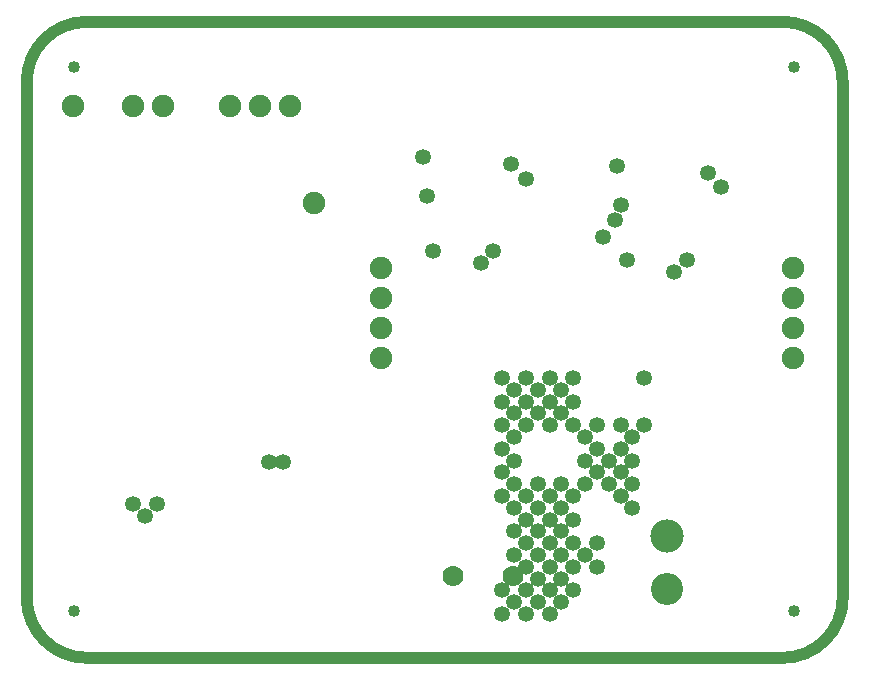
<source format=gbr>
%TF.GenerationSoftware,Altium Limited,Altium Designer,22.10.1 (41)*%
G04 Layer_Physical_Order=2*
G04 Layer_Color=32768*
%FSLAX45Y45*%
%MOMM*%
%TF.SameCoordinates,C9E4A285-3493-4599-8121-F693CE24ADE7*%
%TF.FilePolarity,Negative*%
%TF.FileFunction,Copper,L2,Inr,Plane*%
%TF.Part,Single*%
G01*
G75*
%TA.AperFunction,NonConductor*%
%ADD36C,1.01600*%
%TA.AperFunction,ComponentPad*%
%ADD37C,1.77800*%
%ADD38C,1.91600*%
%ADD39C,2.81600*%
%ADD40C,2.71600*%
%TA.AperFunction,ViaPad*%
%ADD41C,1.34600*%
%ADD42C,1.01600*%
D36*
X6400800D02*
G03*
X6908800Y508000I0J508000D01*
G01*
Y4876800D02*
G03*
X6400800Y5384800I-508000J0D01*
G01*
X508000D02*
G03*
X0Y4876800I0J-508000D01*
G01*
Y508000D02*
G03*
X508000Y0I508000J0D01*
G01*
X6400800D01*
X6908800Y508000D02*
Y4876800D01*
X508000Y5384800D02*
X6400800D01*
X0Y508000D02*
Y4876800D01*
D37*
X3611880Y693420D02*
D03*
X4119880D02*
D03*
D38*
X2997200Y2540000D02*
D03*
Y2794000D02*
D03*
Y3048000D02*
D03*
Y3302000D02*
D03*
X1724000Y4670000D02*
D03*
X1978000D02*
D03*
X2232000D02*
D03*
X1155700Y4673600D02*
D03*
X901700D02*
D03*
X393700D02*
D03*
X2433320Y3853180D02*
D03*
X6489700Y2540000D02*
D03*
Y2794000D02*
D03*
Y3048000D02*
D03*
Y3302000D02*
D03*
D39*
X5420000Y1030000D02*
D03*
D40*
Y580000D02*
D03*
D41*
X5880100Y3987800D02*
D03*
X5765800Y4102100D02*
D03*
X4102100Y4178300D02*
D03*
X4229100Y4051300D02*
D03*
X4995000Y4167419D02*
D03*
X3356700Y4238539D02*
D03*
X5029200Y3833520D02*
D03*
X3390900Y3906520D02*
D03*
X3948530Y3442790D02*
D03*
X5586900Y3369860D02*
D03*
X5483860Y3267100D02*
D03*
X5081100Y3370140D02*
D03*
X3442800Y3443140D02*
D03*
X3845560Y3340100D02*
D03*
X4027502Y1769899D02*
D03*
X4027502Y1969899D02*
D03*
X4027502Y2169899D02*
D03*
X4027502Y2369899D02*
D03*
X4427502Y2369898D02*
D03*
X5227502Y2369897D02*
D03*
X5227501Y1969898D02*
D03*
X5027501Y1969898D02*
D03*
X5127500Y1269898D02*
D03*
X5127501Y1469898D02*
D03*
X5027500Y1369898D02*
D03*
X5027501Y1569898D02*
D03*
X5127501Y1669898D02*
D03*
X5127501Y1869898D02*
D03*
X4627502Y2169898D02*
D03*
X4627502Y2369898D02*
D03*
X4127502Y2269899D02*
D03*
X4127502Y2069899D02*
D03*
X4227502Y2369898D02*
D03*
X4227502Y2169899D02*
D03*
X4527502Y2269898D02*
D03*
X4327502Y2269898D02*
D03*
X4127502Y1869899D02*
D03*
X4127502Y1669899D02*
D03*
X4227502Y1969899D02*
D03*
X4327502Y2069899D02*
D03*
X4427502Y2169898D02*
D03*
X4427502Y1969899D02*
D03*
X4527502Y2069898D02*
D03*
X4827501Y1969898D02*
D03*
X4627502Y1969898D02*
D03*
X4727501Y1869898D02*
D03*
X4727501Y1669898D02*
D03*
X5027501Y1769898D02*
D03*
X4827501Y1769898D02*
D03*
X4927501Y1469898D02*
D03*
X4927501Y1669898D02*
D03*
X4827501Y1569898D02*
D03*
X4727501Y1469899D02*
D03*
X4527501Y1469899D02*
D03*
X4027501Y1569899D02*
D03*
X4327501Y1469899D02*
D03*
X4127501Y1469899D02*
D03*
X4627501Y1369899D02*
D03*
X4427501Y1369899D02*
D03*
X4227501Y1369899D02*
D03*
X4027501Y1369899D02*
D03*
X4627500Y969899D02*
D03*
X4627501Y1169899D02*
D03*
X4527501Y1269899D02*
D03*
X4327501Y1269899D02*
D03*
X4127501Y1269899D02*
D03*
X4127501Y1069900D02*
D03*
X4427501Y1169899D02*
D03*
X4227501Y1169899D02*
D03*
X4527500Y1069899D02*
D03*
X4327501Y1069899D02*
D03*
X4827500Y769899D02*
D03*
X4827500Y969899D02*
D03*
X4727500Y869899D02*
D03*
X4527500Y469899D02*
D03*
X4627500Y569899D02*
D03*
X4627500Y769899D02*
D03*
X4427500Y369900D02*
D03*
X4427500Y569900D02*
D03*
X4527500Y669899D02*
D03*
X4527500Y869899D02*
D03*
X4427500Y969899D02*
D03*
X4227501Y969900D02*
D03*
X4327500Y869899D02*
D03*
X4127501Y869900D02*
D03*
X4427500Y769899D02*
D03*
X4227500Y769900D02*
D03*
X4327500Y469900D02*
D03*
X4327500Y669900D02*
D03*
X4227500Y569900D02*
D03*
X4027500Y569900D02*
D03*
X4227500Y369900D02*
D03*
X4127500Y469900D02*
D03*
X4027500Y369900D02*
D03*
X4878340Y3562080D02*
D03*
X2174100Y1653680D02*
D03*
X4978400Y3708400D02*
D03*
X2047240Y1653540D02*
D03*
X1100000Y1299999D02*
D03*
X1000000Y1200000D02*
D03*
X900000Y1300000D02*
D03*
D42*
X6500000Y5000000D02*
D03*
X400000D02*
D03*
Y400000D02*
D03*
X6500000D02*
D03*
%TF.MD5,733c358726c23fec6d2d02b39799d094*%
M02*

</source>
